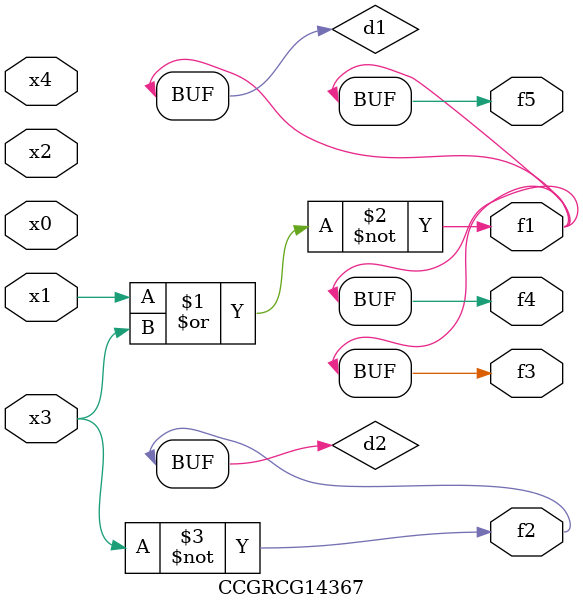
<source format=v>
module CCGRCG14367(
	input x0, x1, x2, x3, x4,
	output f1, f2, f3, f4, f5
);

	wire d1, d2;

	nor (d1, x1, x3);
	not (d2, x3);
	assign f1 = d1;
	assign f2 = d2;
	assign f3 = d1;
	assign f4 = d1;
	assign f5 = d1;
endmodule

</source>
